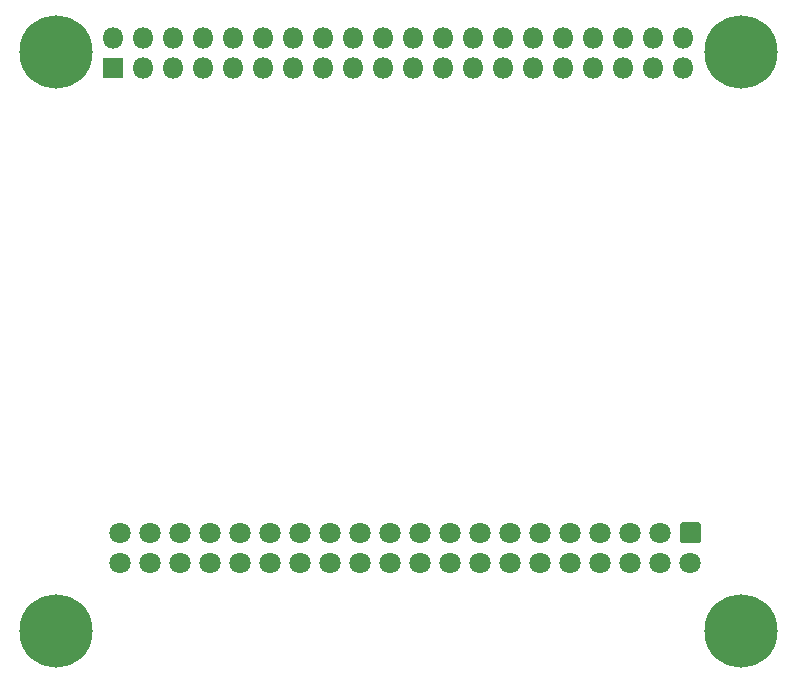
<source format=gbs>
%TF.GenerationSoftware,KiCad,Pcbnew,5.1.6*%
%TF.CreationDate,2020-08-12T10:28:14+02:00*%
%TF.ProjectId,ATAPIHat-SMI,41544150-4948-4617-942d-534d492e6b69,rev?*%
%TF.SameCoordinates,Original*%
%TF.FileFunction,Soldermask,Bot*%
%TF.FilePolarity,Negative*%
%FSLAX46Y46*%
G04 Gerber Fmt 4.6, Leading zero omitted, Abs format (unit mm)*
G04 Created by KiCad (PCBNEW 5.1.6) date 2020-08-12 10:28:14*
%MOMM*%
%LPD*%
G01*
G04 APERTURE LIST*
%ADD10C,6.200000*%
%ADD11C,1.800000*%
%ADD12R,1.800000X1.800000*%
%ADD13O,1.800000X1.800000*%
G04 APERTURE END LIST*
D10*
%TO.C,*%
X48392628Y-131655876D03*
%TD*%
%TO.C,*%
X106392628Y-180655875D03*
%TD*%
%TO.C,*%
X48392627Y-180655877D03*
%TD*%
%TO.C,*%
X106392628Y-131655876D03*
%TD*%
D11*
%TO.C,J2*%
X53880628Y-174879876D03*
X56420628Y-174879876D03*
X58960628Y-174879876D03*
X61500628Y-174879876D03*
X64040628Y-174879876D03*
X66580628Y-174879876D03*
X69120628Y-174879876D03*
X71660628Y-174879876D03*
X74200628Y-174879876D03*
X76740628Y-174879876D03*
X79280628Y-174879876D03*
X81820628Y-174879876D03*
X84360628Y-174879876D03*
X86900628Y-174879876D03*
X89440628Y-174879876D03*
X91980628Y-174879876D03*
X94520628Y-174879876D03*
X97060628Y-174879876D03*
X99600628Y-174879876D03*
X102140628Y-174879876D03*
X53880628Y-172339876D03*
X56420628Y-172339876D03*
X58960628Y-172339876D03*
X61500628Y-172339876D03*
X64040628Y-172339876D03*
X66580628Y-172339876D03*
X69120628Y-172339876D03*
X71660628Y-172339876D03*
X74200628Y-172339876D03*
X76740628Y-172339876D03*
X79280628Y-172339876D03*
X81820628Y-172339876D03*
X84360628Y-172339876D03*
X86900628Y-172339876D03*
X89440628Y-172339876D03*
X91980628Y-172339876D03*
X94520628Y-172339876D03*
X97060628Y-172339876D03*
X99600628Y-172339876D03*
G36*
G01*
X101505334Y-171439876D02*
X102775922Y-171439876D01*
G75*
G02*
X103040628Y-171704582I0J-264706D01*
G01*
X103040628Y-172975170D01*
G75*
G02*
X102775922Y-173239876I-264706J0D01*
G01*
X101505334Y-173239876D01*
G75*
G02*
X101240628Y-172975170I0J264706D01*
G01*
X101240628Y-171704582D01*
G75*
G02*
X101505334Y-171439876I264706J0D01*
G01*
G37*
%TD*%
D12*
%TO.C,J1*%
X53245628Y-132969876D03*
D13*
X53245628Y-130429876D03*
X55785628Y-132969876D03*
X55785628Y-130429876D03*
X58325628Y-132969876D03*
X58325628Y-130429876D03*
X60865628Y-132969876D03*
X60865628Y-130429876D03*
X63405628Y-132969876D03*
X63405628Y-130429876D03*
X65945628Y-132969876D03*
X65945628Y-130429876D03*
X68485628Y-132969876D03*
X68485628Y-130429876D03*
X71025628Y-132969876D03*
X71025628Y-130429876D03*
X73565628Y-132969876D03*
X73565628Y-130429876D03*
X76105628Y-132969876D03*
X76105628Y-130429876D03*
X78645628Y-132969876D03*
X78645628Y-130429876D03*
X81185628Y-132969876D03*
X81185628Y-130429876D03*
X83725628Y-132969876D03*
X83725628Y-130429876D03*
X86265628Y-132969876D03*
X86265628Y-130429876D03*
X88805628Y-132969876D03*
X88805628Y-130429876D03*
X91345628Y-132969876D03*
X91345628Y-130429876D03*
X93885628Y-132969876D03*
X93885628Y-130429876D03*
X96425628Y-132969876D03*
X96425628Y-130429876D03*
X98965628Y-132969876D03*
X98965628Y-130429876D03*
X101505628Y-132969876D03*
X101505628Y-130429876D03*
%TD*%
M02*

</source>
